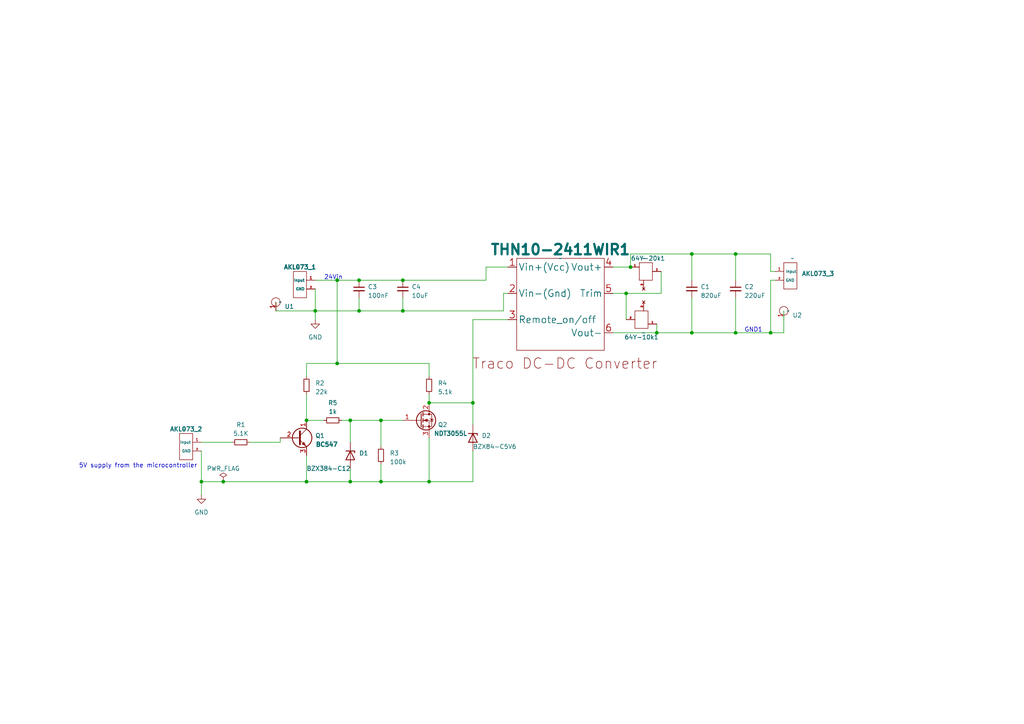
<source format=kicad_sch>
(kicad_sch (version 20230121) (generator eeschema)

  (uuid 00090970-b49d-4826-b863-711da29deea6)

  (paper "A4")

  (lib_symbols
    (symbol "64Y-100K:Trimdown_resistance" (in_bom yes) (on_board yes)
      (property "Reference" "64Y-100K" (at 0 1.27 0)
        (effects (font (size 1.27 1.27)))
      )
      (property "Value" "" (at 0 0 0)
        (effects (font (size 1.27 1.27)))
      )
      (property "Footprint" "" (at 0 0 0)
        (effects (font (size 1.27 1.27)) hide)
      )
      (property "Datasheet" "" (at 0 0 0)
        (effects (font (size 1.27 1.27)) hide)
      )
      (symbol "Trimdown_resistance_0_1"
        (rectangle (start -1.27 -1.27) (end 2.54 -6.35)
          (stroke (width 0) (type default))
          (fill (type none))
        )
      )
      (symbol "Trimdown_resistance_1_1"
        (pin bidirectional line (at -3.81 -2.54 0) (length 2.54)
          (name "" (effects (font (size 0.5 0.5))))
          (number "1" (effects (font (size 0.5 0.5))))
        )
        (pin input line (at 5.08 -3.81 180) (length 2.54)
          (name "" (effects (font (size 0.5 0.5))))
          (number "2" (effects (font (size 0.5 0.5))))
        )
        (pin no_connect line (at 0 -8.89 90) (length 2.54)
          (name "" (effects (font (size 0.5 0.5))))
          (number "3" (effects (font (size 0.5 0.5))))
        )
      )
    )
    (symbol "AKL03_03_screw_terminal:AKL03" (in_bom yes) (on_board yes)
      (property "Reference" "AKL073_2" (at 1.27 -10.16 0)
        (effects (font (size 1.27 1.27)))
      )
      (property "Value" "" (at 0 0 0)
        (effects (font (size 1.27 1.27)))
      )
      (property "Footprint" "" (at 0 0 0)
        (effects (font (size 1.27 1.27)) hide)
      )
      (property "Datasheet" "" (at 0 0 0)
        (effects (font (size 1.27 1.27)) hide)
      )
      (symbol "AKL03_0_1"
        (rectangle (start -1.27 -1.27) (end 2.54 -8.89)
          (stroke (width 0) (type default))
          (fill (type none))
        )
      )
      (symbol "AKL03_1_1"
        (pin input line (at 5.08 -3.81 180) (length 2.54)
          (name "Input" (effects (font (size 0.8 0.8))))
          (number "1" (effects (font (size 0.8 0.8))))
        )
        (pin input line (at 5.08 -6.35 180) (length 2.54)
          (name "GND" (effects (font (size 0.8 0.8))))
          (number "2" (effects (font (size 0.5 0.5))))
        )
      )
    )
    (symbol "Device:C_Small" (pin_numbers hide) (pin_names (offset 0.254) hide) (in_bom yes) (on_board yes)
      (property "Reference" "C" (at 0.254 1.778 0)
        (effects (font (size 1.27 1.27)) (justify left))
      )
      (property "Value" "C_Small" (at 0.254 -2.032 0)
        (effects (font (size 1.27 1.27)) (justify left))
      )
      (property "Footprint" "" (at 0 0 0)
        (effects (font (size 1.27 1.27)) hide)
      )
      (property "Datasheet" "~" (at 0 0 0)
        (effects (font (size 1.27 1.27)) hide)
      )
      (property "ki_keywords" "capacitor cap" (at 0 0 0)
        (effects (font (size 1.27 1.27)) hide)
      )
      (property "ki_description" "Unpolarized capacitor, small symbol" (at 0 0 0)
        (effects (font (size 1.27 1.27)) hide)
      )
      (property "ki_fp_filters" "C_*" (at 0 0 0)
        (effects (font (size 1.27 1.27)) hide)
      )
      (symbol "C_Small_0_1"
        (polyline
          (pts
            (xy -1.524 -0.508)
            (xy 1.524 -0.508)
          )
          (stroke (width 0.3302) (type default))
          (fill (type none))
        )
        (polyline
          (pts
            (xy -1.524 0.508)
            (xy 1.524 0.508)
          )
          (stroke (width 0.3048) (type default))
          (fill (type none))
        )
      )
      (symbol "C_Small_1_1"
        (pin passive line (at 0 2.54 270) (length 2.032)
          (name "~" (effects (font (size 1.27 1.27))))
          (number "1" (effects (font (size 1.27 1.27))))
        )
        (pin passive line (at 0 -2.54 90) (length 2.032)
          (name "~" (effects (font (size 1.27 1.27))))
          (number "2" (effects (font (size 1.27 1.27))))
        )
      )
    )
    (symbol "Device:D_Zener" (pin_numbers hide) (pin_names (offset 1.016) hide) (in_bom yes) (on_board yes)
      (property "Reference" "D" (at 0 2.54 0)
        (effects (font (size 1.27 1.27)))
      )
      (property "Value" "D_Zener" (at 0 -2.54 0)
        (effects (font (size 1.27 1.27)))
      )
      (property "Footprint" "" (at 0 0 0)
        (effects (font (size 1.27 1.27)) hide)
      )
      (property "Datasheet" "~" (at 0 0 0)
        (effects (font (size 1.27 1.27)) hide)
      )
      (property "ki_keywords" "diode" (at 0 0 0)
        (effects (font (size 1.27 1.27)) hide)
      )
      (property "ki_description" "Zener diode" (at 0 0 0)
        (effects (font (size 1.27 1.27)) hide)
      )
      (property "ki_fp_filters" "TO-???* *_Diode_* *SingleDiode* D_*" (at 0 0 0)
        (effects (font (size 1.27 1.27)) hide)
      )
      (symbol "D_Zener_0_1"
        (polyline
          (pts
            (xy 1.27 0)
            (xy -1.27 0)
          )
          (stroke (width 0) (type default))
          (fill (type none))
        )
        (polyline
          (pts
            (xy -1.27 -1.27)
            (xy -1.27 1.27)
            (xy -0.762 1.27)
          )
          (stroke (width 0.254) (type default))
          (fill (type none))
        )
        (polyline
          (pts
            (xy 1.27 -1.27)
            (xy 1.27 1.27)
            (xy -1.27 0)
            (xy 1.27 -1.27)
          )
          (stroke (width 0.254) (type default))
          (fill (type none))
        )
      )
      (symbol "D_Zener_1_1"
        (pin passive line (at -3.81 0 0) (length 2.54)
          (name "K" (effects (font (size 1.27 1.27))))
          (number "1" (effects (font (size 1.27 1.27))))
        )
        (pin passive line (at 3.81 0 180) (length 2.54)
          (name "A" (effects (font (size 1.27 1.27))))
          (number "2" (effects (font (size 1.27 1.27))))
        )
      )
    )
    (symbol "Device:R_Small" (pin_numbers hide) (pin_names (offset 0.254) hide) (in_bom yes) (on_board yes)
      (property "Reference" "R" (at 0.762 0.508 0)
        (effects (font (size 1.27 1.27)) (justify left))
      )
      (property "Value" "R_Small" (at 0.762 -1.016 0)
        (effects (font (size 1.27 1.27)) (justify left))
      )
      (property "Footprint" "" (at 0 0 0)
        (effects (font (size 1.27 1.27)) hide)
      )
      (property "Datasheet" "~" (at 0 0 0)
        (effects (font (size 1.27 1.27)) hide)
      )
      (property "ki_keywords" "R resistor" (at 0 0 0)
        (effects (font (size 1.27 1.27)) hide)
      )
      (property "ki_description" "Resistor, small symbol" (at 0 0 0)
        (effects (font (size 1.27 1.27)) hide)
      )
      (property "ki_fp_filters" "R_*" (at 0 0 0)
        (effects (font (size 1.27 1.27)) hide)
      )
      (symbol "R_Small_0_1"
        (rectangle (start -0.762 1.778) (end 0.762 -1.778)
          (stroke (width 0.2032) (type default))
          (fill (type none))
        )
      )
      (symbol "R_Small_1_1"
        (pin passive line (at 0 2.54 270) (length 0.762)
          (name "~" (effects (font (size 1.27 1.27))))
          (number "1" (effects (font (size 1.27 1.27))))
        )
        (pin passive line (at 0 -2.54 90) (length 0.762)
          (name "~" (effects (font (size 1.27 1.27))))
          (number "2" (effects (font (size 1.27 1.27))))
        )
      )
    )
    (symbol "Traco:Traco_DC-DC_converter" (in_bom yes) (on_board yes)
      (property "Reference" "THN10-2411WIR" (at 0 2.54 0)
        (effects (font (size 3 3)))
      )
      (property "Value" "" (at 0 0 0)
        (effects (font (size 1.27 1.27)))
      )
      (property "Footprint" "" (at 0 0 0)
        (effects (font (size 1.27 1.27)) hide)
      )
      (property "Datasheet" "" (at 0 0 0)
        (effects (font (size 1.27 1.27)) hide)
      )
      (symbol "Traco_DC-DC_converter_0_1"
        (rectangle (start -12.7 0) (end 12.7 -26.67)
          (stroke (width 0) (type default))
          (fill (type none))
        )
      )
      (symbol "Traco_DC-DC_converter_1_1"
        (text "Traco DC-DC Converter" (at 1.27 -30.48 0)
          (effects (font (face "KiCad Font") (size 3 3)))
        )
        (pin input line (at -15.24 -2.54 0) (length 2.54)
          (name "Vin+(Vcc)" (effects (font (size 2 2))))
          (number "1" (effects (font (size 2 2))))
        )
        (pin input line (at -15.24 -10.16 0) (length 2.54)
          (name "Vin-(Gnd)" (effects (font (size 2 2))))
          (number "2" (effects (font (size 2 2))))
        )
        (pin input line (at -15.24 -17.78 0) (length 2.54)
          (name "Remote_on/off" (effects (font (size 2 2))))
          (number "3" (effects (font (size 2 2))))
        )
        (pin power_out line (at 15.24 -2.54 180) (length 2.54)
          (name "Vout+" (effects (font (size 2 2))))
          (number "4" (effects (font (size 2 2))))
        )
        (pin passive line (at 15.24 -10.16 180) (length 2.54)
          (name "Trim" (effects (font (size 2 2))))
          (number "5" (effects (font (size 2 2))))
        )
        (pin power_out line (at 15.24 -21.59 180) (length 2.54)
          (name "Vout-" (effects (font (size 2 2))))
          (number "6" (effects (font (size 2 2))))
        )
      )
    )
    (symbol "Transistor_BJT:BC547" (pin_names (offset 0) hide) (in_bom yes) (on_board yes)
      (property "Reference" "Q" (at 5.08 1.905 0)
        (effects (font (size 1.27 1.27)) (justify left))
      )
      (property "Value" "BC547" (at 5.08 0 0)
        (effects (font (size 1.27 1.27)) (justify left))
      )
      (property "Footprint" "Package_TO_SOT_THT:TO-92_Inline" (at 5.08 -1.905 0)
        (effects (font (size 1.27 1.27) italic) (justify left) hide)
      )
      (property "Datasheet" "https://www.onsemi.com/pub/Collateral/BC550-D.pdf" (at 0 0 0)
        (effects (font (size 1.27 1.27)) (justify left) hide)
      )
      (property "ki_keywords" "NPN Transistor" (at 0 0 0)
        (effects (font (size 1.27 1.27)) hide)
      )
      (property "ki_description" "0.1A Ic, 45V Vce, Small Signal NPN Transistor, TO-92" (at 0 0 0)
        (effects (font (size 1.27 1.27)) hide)
      )
      (property "ki_fp_filters" "TO?92*" (at 0 0 0)
        (effects (font (size 1.27 1.27)) hide)
      )
      (symbol "BC547_0_1"
        (polyline
          (pts
            (xy 0 0)
            (xy 0.635 0)
          )
          (stroke (width 0) (type default))
          (fill (type none))
        )
        (polyline
          (pts
            (xy 0.635 0.635)
            (xy 2.54 2.54)
          )
          (stroke (width 0) (type default))
          (fill (type none))
        )
        (polyline
          (pts
            (xy 0.635 -0.635)
            (xy 2.54 -2.54)
            (xy 2.54 -2.54)
          )
          (stroke (width 0) (type default))
          (fill (type none))
        )
        (polyline
          (pts
            (xy 0.635 1.905)
            (xy 0.635 -1.905)
            (xy 0.635 -1.905)
          )
          (stroke (width 0.508) (type default))
          (fill (type none))
        )
        (polyline
          (pts
            (xy 1.27 -1.778)
            (xy 1.778 -1.27)
            (xy 2.286 -2.286)
            (xy 1.27 -1.778)
            (xy 1.27 -1.778)
          )
          (stroke (width 0) (type default))
          (fill (type outline))
        )
        (circle (center 1.27 0) (radius 2.8194)
          (stroke (width 0.254) (type default))
          (fill (type none))
        )
      )
      (symbol "BC547_1_1"
        (pin passive line (at 2.54 5.08 270) (length 2.54)
          (name "C" (effects (font (size 1.27 1.27))))
          (number "1" (effects (font (size 1.27 1.27))))
        )
        (pin input line (at -5.08 0 0) (length 5.08)
          (name "B" (effects (font (size 1.27 1.27))))
          (number "2" (effects (font (size 1.27 1.27))))
        )
        (pin passive line (at 2.54 -5.08 90) (length 2.54)
          (name "E" (effects (font (size 1.27 1.27))))
          (number "3" (effects (font (size 1.27 1.27))))
        )
      )
    )
    (symbol "Transistor_FET:NDT3055L" (pin_names hide) (in_bom yes) (on_board yes)
      (property "Reference" "Q" (at 5.08 1.905 0)
        (effects (font (size 1.27 1.27)) (justify left))
      )
      (property "Value" "NDT3055L" (at 5.08 0 0)
        (effects (font (size 1.27 1.27)) (justify left))
      )
      (property "Footprint" "Package_TO_SOT_SMD:SOT-223-3_TabPin2" (at 5.08 -3.81 0)
        (effects (font (size 1.27 1.27)) (justify left) hide)
      )
      (property "Datasheet" "https://www.onsemi.com/pdf/datasheet/ndt3055l-d.pdf" (at 5.08 5.08 0)
        (effects (font (size 1.27 1.27)) (justify left) hide)
      )
      (property "ki_keywords" "n channel fet" (at 0 0 0)
        (effects (font (size 1.27 1.27)) hide)
      )
      (property "ki_description" "4A Id, 60V Vds, N-Channel Logic Level Enhancement Mode MOSFET, SOT-223" (at 0 0 0)
        (effects (font (size 1.27 1.27)) hide)
      )
      (property "ki_fp_filters" "SOT?223*" (at 0 0 0)
        (effects (font (size 1.27 1.27)) hide)
      )
      (symbol "NDT3055L_0_1"
        (polyline
          (pts
            (xy 0.254 0)
            (xy -2.54 0)
          )
          (stroke (width 0) (type default))
          (fill (type none))
        )
        (polyline
          (pts
            (xy 0.254 1.905)
            (xy 0.254 -1.905)
          )
          (stroke (width 0.254) (type default))
          (fill (type none))
        )
        (polyline
          (pts
            (xy 0.762 -1.27)
            (xy 0.762 -2.286)
          )
          (stroke (width 0.254) (type default))
          (fill (type none))
        )
        (polyline
          (pts
            (xy 0.762 0.508)
            (xy 0.762 -0.508)
          )
          (stroke (width 0.254) (type default))
          (fill (type none))
        )
        (polyline
          (pts
            (xy 0.762 2.286)
            (xy 0.762 1.27)
          )
          (stroke (width 0.254) (type default))
          (fill (type none))
        )
        (polyline
          (pts
            (xy 2.54 2.54)
            (xy 2.54 1.778)
          )
          (stroke (width 0) (type default))
          (fill (type none))
        )
        (polyline
          (pts
            (xy 2.54 -2.54)
            (xy 2.54 0)
            (xy 0.762 0)
          )
          (stroke (width 0) (type default))
          (fill (type none))
        )
        (polyline
          (pts
            (xy 0.762 -1.778)
            (xy 3.302 -1.778)
            (xy 3.302 1.778)
            (xy 0.762 1.778)
          )
          (stroke (width 0) (type default))
          (fill (type none))
        )
        (polyline
          (pts
            (xy 1.016 0)
            (xy 2.032 0.381)
            (xy 2.032 -0.381)
            (xy 1.016 0)
          )
          (stroke (width 0) (type default))
          (fill (type outline))
        )
        (polyline
          (pts
            (xy 2.794 0.508)
            (xy 2.921 0.381)
            (xy 3.683 0.381)
            (xy 3.81 0.254)
          )
          (stroke (width 0) (type default))
          (fill (type none))
        )
        (polyline
          (pts
            (xy 3.302 0.381)
            (xy 2.921 -0.254)
            (xy 3.683 -0.254)
            (xy 3.302 0.381)
          )
          (stroke (width 0) (type default))
          (fill (type none))
        )
        (circle (center 1.651 0) (radius 2.794)
          (stroke (width 0.254) (type default))
          (fill (type none))
        )
        (circle (center 2.54 -1.778) (radius 0.254)
          (stroke (width 0) (type default))
          (fill (type outline))
        )
        (circle (center 2.54 1.778) (radius 0.254)
          (stroke (width 0) (type default))
          (fill (type outline))
        )
      )
      (symbol "NDT3055L_1_1"
        (pin input line (at -5.08 0 0) (length 2.54)
          (name "G" (effects (font (size 1.27 1.27))))
          (number "1" (effects (font (size 1.27 1.27))))
        )
        (pin passive line (at 2.54 5.08 270) (length 2.54)
          (name "D" (effects (font (size 1.27 1.27))))
          (number "2" (effects (font (size 1.27 1.27))))
        )
        (pin passive line (at 2.54 -5.08 90) (length 2.54)
          (name "S" (effects (font (size 1.27 1.27))))
          (number "3" (effects (font (size 1.27 1.27))))
        )
      )
    )
    (symbol "power:GND" (power) (pin_names (offset 0)) (in_bom yes) (on_board yes)
      (property "Reference" "#PWR" (at 0 -6.35 0)
        (effects (font (size 1.27 1.27)) hide)
      )
      (property "Value" "GND" (at 0 -3.81 0)
        (effects (font (size 1.27 1.27)))
      )
      (property "Footprint" "" (at 0 0 0)
        (effects (font (size 1.27 1.27)) hide)
      )
      (property "Datasheet" "" (at 0 0 0)
        (effects (font (size 1.27 1.27)) hide)
      )
      (property "ki_keywords" "global power" (at 0 0 0)
        (effects (font (size 1.27 1.27)) hide)
      )
      (property "ki_description" "Power symbol creates a global label with name \"GND\" , ground" (at 0 0 0)
        (effects (font (size 1.27 1.27)) hide)
      )
      (symbol "GND_0_1"
        (polyline
          (pts
            (xy 0 0)
            (xy 0 -1.27)
            (xy 1.27 -1.27)
            (xy 0 -2.54)
            (xy -1.27 -1.27)
            (xy 0 -1.27)
          )
          (stroke (width 0) (type default))
          (fill (type none))
        )
      )
      (symbol "GND_1_1"
        (pin power_in line (at 0 0 270) (length 0) hide
          (name "GND" (effects (font (size 1.27 1.27))))
          (number "1" (effects (font (size 1.27 1.27))))
        )
      )
    )
    (symbol "power:PWR_FLAG" (power) (pin_numbers hide) (pin_names (offset 0) hide) (in_bom yes) (on_board yes)
      (property "Reference" "#FLG" (at 0 1.905 0)
        (effects (font (size 1.27 1.27)) hide)
      )
      (property "Value" "PWR_FLAG" (at 0 3.81 0)
        (effects (font (size 1.27 1.27)))
      )
      (property "Footprint" "" (at 0 0 0)
        (effects (font (size 1.27 1.27)) hide)
      )
      (property "Datasheet" "~" (at 0 0 0)
        (effects (font (size 1.27 1.27)) hide)
      )
      (property "ki_keywords" "flag power" (at 0 0 0)
        (effects (font (size 1.27 1.27)) hide)
      )
      (property "ki_description" "Special symbol for telling ERC where power comes from" (at 0 0 0)
        (effects (font (size 1.27 1.27)) hide)
      )
      (symbol "PWR_FLAG_0_0"
        (pin power_out line (at 0 0 90) (length 0)
          (name "pwr" (effects (font (size 1.27 1.27))))
          (number "1" (effects (font (size 1.27 1.27))))
        )
      )
      (symbol "PWR_FLAG_0_1"
        (polyline
          (pts
            (xy 0 0)
            (xy 0 1.27)
            (xy -1.016 1.905)
            (xy 0 2.54)
            (xy 1.016 1.905)
            (xy 0 1.27)
          )
          (stroke (width 0) (type default))
          (fill (type none))
        )
      )
    )
    (symbol "soldernail-RTML:soldernail" (in_bom yes) (on_board yes)
      (property "Reference" "U2" (at 3.81 1.27 90)
        (effects (font (size 1.27 1.27)) (justify right))
      )
      (property "Value" "~" (at 0 0 0)
        (effects (font (size 1.27 1.27)))
      )
      (property "Footprint" "soldernail-RTML:Soldernail" (at 0 0 0)
        (effects (font (size 1.27 1.27)) hide)
      )
      (property "Datasheet" "" (at 0 0 0)
        (effects (font (size 1.27 1.27)) hide)
      )
      (symbol "soldernail_0_1"
        (circle (center -1.27 0) (radius 1.27)
          (stroke (width 0) (type default))
          (fill (type none))
        )
      )
      (symbol "soldernail_1_1"
        (pin input line (at -1.27 0 270) (length 2.54)
          (name "" (effects (font (size 1.27 1.27))))
          (number "1" (effects (font (size 1.27 1.27))))
        )
      )
    )
  )

  (junction (at 91.44 90.17) (diameter 0) (color 0 0 0 0)
    (uuid 20731d9b-4fb4-4d54-8640-7eafcec78615)
  )
  (junction (at 137.16 116.84) (diameter 0) (color 0 0 0 0)
    (uuid 2c857a77-5996-4d17-a67e-bc4959a2b3b0)
  )
  (junction (at 116.84 90.17) (diameter 0) (color 0 0 0 0)
    (uuid 2fcadf4b-aab8-443a-8071-43ebbb2d64ad)
  )
  (junction (at 181.61 85.09) (diameter 0) (color 0 0 0 0)
    (uuid 307f6087-c1eb-4f36-9c37-007fa541b86e)
  )
  (junction (at 110.49 121.92) (diameter 0) (color 0 0 0 0)
    (uuid 39056dc7-916c-455a-baff-354f28b1e5a5)
  )
  (junction (at 97.79 105.41) (diameter 0) (color 0 0 0 0)
    (uuid 438d11ce-6af6-40c0-969f-da86f3711e9f)
  )
  (junction (at 124.46 139.7) (diameter 0) (color 0 0 0 0)
    (uuid 46d85345-93d0-4e8d-9f47-0d232f907e57)
  )
  (junction (at 101.6 139.7) (diameter 0) (color 0 0 0 0)
    (uuid 4accdc7d-fb1b-47b6-99f6-da7e8e3d9a6a)
  )
  (junction (at 213.36 96.52) (diameter 0) (color 0 0 0 0)
    (uuid 68ba0d6e-4858-4b11-af0f-a06eeda7160f)
  )
  (junction (at 101.6 121.92) (diameter 0) (color 0 0 0 0)
    (uuid 6d7517d7-3084-4862-8ad4-bf12adacd857)
  )
  (junction (at 213.36 73.66) (diameter 0) (color 0 0 0 0)
    (uuid 6fff3d23-b465-4f3f-9b3c-ef48c18ff774)
  )
  (junction (at 116.84 81.28) (diameter 0) (color 0 0 0 0)
    (uuid 7b4af813-3c2b-4cdc-ad4c-34420d263234)
  )
  (junction (at 97.79 81.28) (diameter 0) (color 0 0 0 0)
    (uuid 85f5d163-05ab-4b6c-89b2-192b06ae087a)
  )
  (junction (at 124.46 116.84) (diameter 0) (color 0 0 0 0)
    (uuid 978b494e-2029-4582-bd21-a1e5611ee7fd)
  )
  (junction (at 190.5 96.52) (diameter 0) (color 0 0 0 0)
    (uuid 97f2daf8-ac16-453a-b793-35a8e088a083)
  )
  (junction (at 110.49 139.7) (diameter 0) (color 0 0 0 0)
    (uuid a588f209-c065-4c02-9e5a-e8ffa319f736)
  )
  (junction (at 64.77 139.7) (diameter 0) (color 0 0 0 0)
    (uuid ad93571b-71fb-4c15-ba3f-647a92d97c85)
  )
  (junction (at 104.14 81.28) (diameter 0) (color 0 0 0 0)
    (uuid bfef18b6-c9c2-40bc-a99e-ea433ae69bf7)
  )
  (junction (at 58.42 139.7) (diameter 0) (color 0 0 0 0)
    (uuid c000bdb4-be89-49df-b443-ccc37af1bde2)
  )
  (junction (at 88.9 139.7) (diameter 0) (color 0 0 0 0)
    (uuid c183dfcf-7049-474e-987a-66bbfee833c9)
  )
  (junction (at 104.14 90.17) (diameter 0) (color 0 0 0 0)
    (uuid c2e3b5c4-23dd-4a0f-af37-aa81015f591f)
  )
  (junction (at 200.66 73.66) (diameter 0) (color 0 0 0 0)
    (uuid ca2aa2ac-70de-464f-89c2-3993c3ea6166)
  )
  (junction (at 200.66 96.52) (diameter 0) (color 0 0 0 0)
    (uuid ccdcd33d-2517-4c95-a76b-206bb3eeed51)
  )
  (junction (at 223.52 96.52) (diameter 0) (color 0 0 0 0)
    (uuid ccf379f0-280d-450e-8cdc-835ce3fd5af9)
  )
  (junction (at 182.88 77.47) (diameter 0) (color 0 0 0 0)
    (uuid ea4330b6-1412-4d90-8049-ed0398d41235)
  )
  (junction (at 88.9 121.92) (diameter 0) (color 0 0 0 0)
    (uuid fdacad2b-609a-4926-8567-fb4a05e4f405)
  )

  (wire (pts (xy 200.66 73.66) (xy 182.88 73.66))
    (stroke (width 0) (type default))
    (uuid 02393555-2aa8-4327-9193-32e62194b4c4)
  )
  (wire (pts (xy 91.44 90.17) (xy 91.44 92.71))
    (stroke (width 0) (type default))
    (uuid 041e1927-347b-4959-830c-8fa86963bc3c)
  )
  (wire (pts (xy 101.6 139.7) (xy 101.6 135.89))
    (stroke (width 0) (type default))
    (uuid 04be6077-42c7-4244-8e60-c0483eae014d)
  )
  (wire (pts (xy 177.8 96.52) (xy 190.5 96.52))
    (stroke (width 0) (type default))
    (uuid 0558c531-5a88-4b1f-998f-143fa9eb59e3)
  )
  (wire (pts (xy 80.01 90.17) (xy 91.44 90.17))
    (stroke (width 0) (type default))
    (uuid 07a168a5-0577-423a-841c-39f4383d29be)
  )
  (wire (pts (xy 88.9 132.08) (xy 88.9 139.7))
    (stroke (width 0) (type default))
    (uuid 0ce1ec04-375d-46ca-8533-b094830bd813)
  )
  (wire (pts (xy 88.9 105.41) (xy 97.79 105.41))
    (stroke (width 0) (type default))
    (uuid 18336fe0-efbd-4579-80cf-f51843635d5b)
  )
  (wire (pts (xy 213.36 81.28) (xy 213.36 73.66))
    (stroke (width 0) (type default))
    (uuid 1946d8be-1afe-4302-9c33-84504b5afb00)
  )
  (wire (pts (xy 97.79 105.41) (xy 124.46 105.41))
    (stroke (width 0) (type default))
    (uuid 19e77779-5533-4154-b641-49bf99da9566)
  )
  (wire (pts (xy 223.52 81.28) (xy 223.52 96.52))
    (stroke (width 0) (type default))
    (uuid 1be0c86b-ee55-4e9b-b7eb-4549f0279d9b)
  )
  (wire (pts (xy 124.46 139.7) (xy 110.49 139.7))
    (stroke (width 0) (type default))
    (uuid 1be2d738-4f8b-4d39-b647-aec010017de9)
  )
  (wire (pts (xy 224.79 78.74) (xy 223.52 78.74))
    (stroke (width 0) (type default))
    (uuid 1c7bfe9d-2485-4ac8-8ce6-3e7e6c5ecc6d)
  )
  (wire (pts (xy 213.36 86.36) (xy 213.36 96.52))
    (stroke (width 0) (type default))
    (uuid 1d6baab1-9188-49d8-8bb4-45412380362e)
  )
  (wire (pts (xy 110.49 134.62) (xy 110.49 139.7))
    (stroke (width 0) (type default))
    (uuid 20ef3bfa-a824-4699-b090-3a7f46bafdcb)
  )
  (wire (pts (xy 58.42 139.7) (xy 64.77 139.7))
    (stroke (width 0) (type default))
    (uuid 22e76f95-cf9b-4d86-8abb-c69b26dc624b)
  )
  (wire (pts (xy 116.84 81.28) (xy 140.97 81.28))
    (stroke (width 0) (type default))
    (uuid 26ab02ea-5594-4cf1-aa46-47e8f3967ec1)
  )
  (wire (pts (xy 104.14 90.17) (xy 91.44 90.17))
    (stroke (width 0) (type default))
    (uuid 32d17b23-4839-4bef-99c9-59cf962fc868)
  )
  (wire (pts (xy 88.9 139.7) (xy 101.6 139.7))
    (stroke (width 0) (type default))
    (uuid 34115f13-afaa-4be4-bfad-a2f7ab0c289c)
  )
  (wire (pts (xy 101.6 121.92) (xy 110.49 121.92))
    (stroke (width 0) (type default))
    (uuid 36426c8b-62b7-49d3-a15d-6014127b0625)
  )
  (wire (pts (xy 181.61 85.09) (xy 191.77 85.09))
    (stroke (width 0) (type default))
    (uuid 3b1a1942-4bdf-4f02-91ad-2b236a933be0)
  )
  (wire (pts (xy 101.6 121.92) (xy 101.6 128.27))
    (stroke (width 0) (type default))
    (uuid 3d3e6a4b-4f74-4a7e-8f81-0466d65d1887)
  )
  (wire (pts (xy 88.9 109.22) (xy 88.9 105.41))
    (stroke (width 0) (type default))
    (uuid 446b4adf-16f7-4e37-9450-95b6f01ce48f)
  )
  (wire (pts (xy 224.79 81.28) (xy 223.52 81.28))
    (stroke (width 0) (type default))
    (uuid 47770935-832b-4050-9736-8cefbfd2197e)
  )
  (wire (pts (xy 213.36 73.66) (xy 200.66 73.66))
    (stroke (width 0) (type default))
    (uuid 4d6798ea-5cf4-4960-a19a-c5e891155d99)
  )
  (wire (pts (xy 223.52 78.74) (xy 223.52 73.66))
    (stroke (width 0) (type default))
    (uuid 4e275c1d-2320-427a-ba6b-d164f140b4e4)
  )
  (wire (pts (xy 58.42 139.7) (xy 58.42 143.51))
    (stroke (width 0) (type default))
    (uuid 4e49d2e0-8e0f-4cbd-b1d8-a8212b57d17a)
  )
  (wire (pts (xy 97.79 81.28) (xy 104.14 81.28))
    (stroke (width 0) (type default))
    (uuid 54ec14ef-f1f4-4af6-b58b-e77babb132d4)
  )
  (wire (pts (xy 110.49 139.7) (xy 101.6 139.7))
    (stroke (width 0) (type default))
    (uuid 5953339e-c5a7-458e-8c0a-5caeea9bcfa6)
  )
  (wire (pts (xy 80.01 87.63) (xy 80.01 90.17))
    (stroke (width 0) (type default))
    (uuid 60bff226-b0fd-4395-948a-148e23053b0b)
  )
  (wire (pts (xy 177.8 77.47) (xy 182.88 77.47))
    (stroke (width 0) (type default))
    (uuid 622ced3d-e212-4d0d-a15d-259deb77ade9)
  )
  (wire (pts (xy 104.14 86.36) (xy 104.14 90.17))
    (stroke (width 0) (type default))
    (uuid 67c0e4da-d0bb-4c24-ba72-71929848adaa)
  )
  (wire (pts (xy 99.06 121.92) (xy 101.6 121.92))
    (stroke (width 0) (type default))
    (uuid 685e4c2e-69a5-4c8e-9607-5e3e85352280)
  )
  (wire (pts (xy 88.9 121.92) (xy 93.98 121.92))
    (stroke (width 0) (type default))
    (uuid 6a53ed99-08e9-4180-a600-67f763cbf617)
  )
  (wire (pts (xy 110.49 121.92) (xy 110.49 129.54))
    (stroke (width 0) (type default))
    (uuid 6ad139a1-f1c7-4e54-942e-8babb116ee96)
  )
  (wire (pts (xy 223.52 96.52) (xy 213.36 96.52))
    (stroke (width 0) (type default))
    (uuid 6d4fec9e-aa9c-42dd-b984-257ea416f8bd)
  )
  (wire (pts (xy 137.16 130.81) (xy 137.16 139.7))
    (stroke (width 0) (type default))
    (uuid 6e16cd4f-ec2c-495a-9d60-228efe72b2ac)
  )
  (wire (pts (xy 177.8 85.09) (xy 181.61 85.09))
    (stroke (width 0) (type default))
    (uuid 78834970-4bc5-4f21-90a2-4371b7eeccd3)
  )
  (wire (pts (xy 124.46 114.3) (xy 124.46 116.84))
    (stroke (width 0) (type default))
    (uuid 79a893a1-55e4-43ca-a19f-ba367aea45ce)
  )
  (wire (pts (xy 91.44 81.28) (xy 97.79 81.28))
    (stroke (width 0) (type default))
    (uuid 7e41609d-eb3f-4202-b17e-e2bb89be55da)
  )
  (wire (pts (xy 137.16 92.71) (xy 137.16 116.84))
    (stroke (width 0) (type default))
    (uuid 810dd36c-f356-46e4-86f4-93a7e10f5564)
  )
  (wire (pts (xy 124.46 105.41) (xy 124.46 109.22))
    (stroke (width 0) (type default))
    (uuid 841d5cfa-b3c1-4bf6-8ebe-ffdb54f7f654)
  )
  (wire (pts (xy 200.66 96.52) (xy 190.5 96.52))
    (stroke (width 0) (type default))
    (uuid 88d54859-86fe-4e2b-9c91-df87a39c8dd5)
  )
  (wire (pts (xy 72.39 128.27) (xy 81.28 128.27))
    (stroke (width 0) (type default))
    (uuid 8d97dccb-8ace-4d2c-afb0-1776d183ee86)
  )
  (wire (pts (xy 81.28 128.27) (xy 81.28 127))
    (stroke (width 0) (type default))
    (uuid 934f80cc-1ed6-45f0-8392-9f847a90a324)
  )
  (wire (pts (xy 181.61 85.09) (xy 181.61 92.71))
    (stroke (width 0) (type default))
    (uuid 93fec185-3681-4b4e-9011-cde27debfffd)
  )
  (wire (pts (xy 213.36 96.52) (xy 200.66 96.52))
    (stroke (width 0) (type default))
    (uuid 953bdefa-82bb-4df1-a6d4-5183bd9fd723)
  )
  (wire (pts (xy 116.84 86.36) (xy 116.84 90.17))
    (stroke (width 0) (type default))
    (uuid 957e8a66-bf0f-480b-848f-76a3a49a68e0)
  )
  (wire (pts (xy 227.33 96.52) (xy 223.52 96.52))
    (stroke (width 0) (type default))
    (uuid 96d48bba-096b-4d3d-b3c7-82bb7d250fc4)
  )
  (wire (pts (xy 137.16 139.7) (xy 124.46 139.7))
    (stroke (width 0) (type default))
    (uuid 9addbadf-2dab-418a-b5e6-d1f18aa8c3b2)
  )
  (wire (pts (xy 88.9 114.3) (xy 88.9 121.92))
    (stroke (width 0) (type default))
    (uuid a364d261-80d8-4863-87e5-33e0a208e553)
  )
  (wire (pts (xy 190.5 96.52) (xy 190.5 93.98))
    (stroke (width 0) (type default))
    (uuid b0c54bef-d07d-47f0-8df9-7ac0d10dad04)
  )
  (wire (pts (xy 200.66 86.36) (xy 200.66 96.52))
    (stroke (width 0) (type default))
    (uuid b6f96ee6-7d8f-415c-b17d-7f0ee135567b)
  )
  (wire (pts (xy 200.66 81.28) (xy 200.66 73.66))
    (stroke (width 0) (type default))
    (uuid bb936a81-926e-4bf8-89c9-9d465b69ddc6)
  )
  (wire (pts (xy 58.42 128.27) (xy 67.31 128.27))
    (stroke (width 0) (type default))
    (uuid bcb6468c-d0f7-49b0-b6fb-7b76566f4153)
  )
  (wire (pts (xy 110.49 121.92) (xy 116.84 121.92))
    (stroke (width 0) (type default))
    (uuid bd205850-0b10-4898-ad32-4aa2dafb6393)
  )
  (wire (pts (xy 64.77 139.7) (xy 88.9 139.7))
    (stroke (width 0) (type default))
    (uuid be3b4f3f-4ee0-4137-b743-4e25a52b61f0)
  )
  (wire (pts (xy 97.79 81.28) (xy 97.79 105.41))
    (stroke (width 0) (type default))
    (uuid c0098676-b21a-4f97-bd1f-385de1fd6070)
  )
  (wire (pts (xy 146.05 85.09) (xy 146.05 90.17))
    (stroke (width 0) (type default))
    (uuid c391049c-7654-4e61-b979-3e5b58f9f463)
  )
  (wire (pts (xy 124.46 127) (xy 124.46 139.7))
    (stroke (width 0) (type default))
    (uuid c3aff785-8309-49f1-936b-72987d783e7a)
  )
  (wire (pts (xy 223.52 73.66) (xy 213.36 73.66))
    (stroke (width 0) (type default))
    (uuid c77f436c-e92c-43d4-8d4f-1488c59a4a75)
  )
  (wire (pts (xy 227.33 90.17) (xy 227.33 96.52))
    (stroke (width 0) (type default))
    (uuid ccb0fcfa-784d-4cbe-8546-04f0bf88ed63)
  )
  (wire (pts (xy 91.44 83.82) (xy 91.44 90.17))
    (stroke (width 0) (type default))
    (uuid d0ed9290-1e83-4bc6-b94c-9aecd4224899)
  )
  (wire (pts (xy 116.84 90.17) (xy 104.14 90.17))
    (stroke (width 0) (type default))
    (uuid d40f7376-5763-48f9-a98e-61d29f7cbe34)
  )
  (wire (pts (xy 140.97 81.28) (xy 140.97 77.47))
    (stroke (width 0) (type default))
    (uuid e0e172b0-a010-4d4e-a00d-9b33eb843ceb)
  )
  (wire (pts (xy 146.05 90.17) (xy 116.84 90.17))
    (stroke (width 0) (type default))
    (uuid e2599218-0393-42b7-b80a-f8ad6ca02ac7)
  )
  (wire (pts (xy 104.14 81.28) (xy 116.84 81.28))
    (stroke (width 0) (type default))
    (uuid e2f29739-69f8-462f-a55a-54962a897a09)
  )
  (wire (pts (xy 147.32 92.71) (xy 137.16 92.71))
    (stroke (width 0) (type default))
    (uuid e3939733-870c-456d-8144-89d40c2c3b45)
  )
  (wire (pts (xy 191.77 85.09) (xy 191.77 78.74))
    (stroke (width 0) (type default))
    (uuid ebc4727b-5ef6-47ef-9dfe-7f08a57ba219)
  )
  (wire (pts (xy 124.46 116.84) (xy 137.16 116.84))
    (stroke (width 0) (type default))
    (uuid edc20bc7-1cf3-4546-b8c9-7ee798e9cbb8)
  )
  (wire (pts (xy 58.42 130.81) (xy 58.42 139.7))
    (stroke (width 0) (type default))
    (uuid f67e0a6b-ceaf-4fe7-9f72-ce0bb4ff6217)
  )
  (wire (pts (xy 147.32 85.09) (xy 146.05 85.09))
    (stroke (width 0) (type default))
    (uuid f8e3ee11-60c1-4ac9-a731-bf1ec55ba68a)
  )
  (wire (pts (xy 182.88 73.66) (xy 182.88 77.47))
    (stroke (width 0) (type default))
    (uuid f96ab7ff-3888-48a3-89ee-b3f585a9c82a)
  )
  (wire (pts (xy 137.16 116.84) (xy 137.16 123.19))
    (stroke (width 0) (type default))
    (uuid fa3fa49b-9886-48ed-8f7c-0187ddbe3289)
  )
  (wire (pts (xy 140.97 77.47) (xy 147.32 77.47))
    (stroke (width 0) (type default))
    (uuid fdaab060-2898-4db4-bf0e-8df539e80681)
  )

  (text "5V supply from the microcontroller" (at 22.86 135.89 0)
    (effects (font (size 1.27 1.27)) (justify left bottom))
    (uuid 43cc32d4-5adf-468c-8eb8-b625cd41ddb1)
  )
  (text "GND1" (at 215.9 96.52 0)
    (effects (font (size 1.27 1.27)) (justify left bottom))
    (uuid 504bb9fd-c205-48da-93fd-96ea5012f618)
  )
  (text "24Vin" (at 93.98 81.28 0)
    (effects (font (size 1.27 1.27)) (justify left bottom))
    (uuid 93467c53-6f79-45f4-860f-aaaeefcc0ee3)
  )

  (symbol (lib_id "AKL03_03_screw_terminal:AKL03") (at 53.34 124.46 0) (unit 1)
    (in_bom yes) (on_board yes) (dnp no) (fields_autoplaced)
    (uuid 340dace2-34ce-468e-b59e-ee8578a55ba8)
    (property "Reference" "AKL073_2" (at 53.975 124.46 0)
      (effects (font (size 1.27 1.27) bold))
    )
    (property "Value" "~" (at 53.34 124.46 0)
      (effects (font (size 1.27 1.27)))
    )
    (property "Footprint" "AKL073_2:Screw-terminal" (at 53.34 124.46 0)
      (effects (font (size 1.27 1.27)) hide)
    )
    (property "Datasheet" "" (at 53.34 124.46 0)
      (effects (font (size 1.27 1.27)) hide)
    )
    (pin "1" (uuid 04e839c9-8651-4751-a6c6-a45bfc50ba40))
    (pin "2" (uuid defd1922-ca92-41f4-90e4-f36451f81bfa))
    (instances
      (project "Power supply design_24v dc to 5vdc"
        (path "/00090970-b49d-4826-b863-711da29deea6"
          (reference "AKL073_2") (unit 1)
        )
      )
    )
  )

  (symbol (lib_id "Device:R_Small") (at 124.46 111.76 0) (unit 1)
    (in_bom yes) (on_board yes) (dnp no) (fields_autoplaced)
    (uuid 3cb7c142-2d7a-44d0-b8fa-438eae13ee63)
    (property "Reference" "R4" (at 127 111.125 0)
      (effects (font (size 1.27 1.27)) (justify left))
    )
    (property "Value" "5.1k" (at 127 113.665 0)
      (effects (font (size 1.27 1.27)) (justify left))
    )
    (property "Footprint" "Resistor_SMD:R_0603_1608Metric_Pad0.98x0.95mm_HandSolder" (at 124.46 111.76 0)
      (effects (font (size 1.27 1.27)) hide)
    )
    (property "Datasheet" "~" (at 124.46 111.76 0)
      (effects (font (size 1.27 1.27)) hide)
    )
    (pin "1" (uuid 86bed65b-0239-4f93-a931-da8f71441a2e))
    (pin "2" (uuid c7ac8cde-2202-4298-81fc-2ebe6f003897))
    (instances
      (project "Power supply design_24v dc to 5vdc"
        (path "/00090970-b49d-4826-b863-711da29deea6"
          (reference "R4") (unit 1)
        )
      )
    )
  )

  (symbol (lib_id "64Y-100K:Trimdown_resistance") (at 186.69 96.52 180) (unit 1)
    (in_bom yes) (on_board yes) (dnp no) (fields_autoplaced)
    (uuid 3fa9e564-5808-4216-991b-a79690ee76b7)
    (property "Reference" "64Y-10k1" (at 186.055 97.79 0)
      (effects (font (size 1.27 1.27)))
    )
    (property "Value" "~" (at 186.69 96.52 0)
      (effects (font (size 1.27 1.27)))
    )
    (property "Footprint" "64Y-10k:64Y-100k" (at 186.69 96.52 0)
      (effects (font (size 1.27 1.27)) hide)
    )
    (property "Datasheet" "" (at 186.69 96.52 0)
      (effects (font (size 1.27 1.27)) hide)
    )
    (pin "1" (uuid d8fe87a9-4add-4bfb-9bde-ff3fed089b02))
    (pin "2" (uuid 60bafbc3-15c3-43a3-84dd-2acf18845c5f))
    (pin "3" (uuid d5c66164-302c-4b6c-929a-6555fd1b076b))
    (instances
      (project "Power supply design_24v dc to 5vdc"
        (path "/00090970-b49d-4826-b863-711da29deea6"
          (reference "64Y-10k1") (unit 1)
        )
      )
    )
  )

  (symbol (lib_id "Device:C_Small") (at 213.36 83.82 0) (unit 1)
    (in_bom yes) (on_board yes) (dnp no) (fields_autoplaced)
    (uuid 41310c14-d422-48ee-9d8e-a1e3e3d40357)
    (property "Reference" "C2" (at 215.9 83.1913 0)
      (effects (font (size 1.27 1.27)) (justify left))
    )
    (property "Value" "220uF" (at 215.9 85.7313 0)
      (effects (font (size 1.27 1.27)) (justify left))
    )
    (property "Footprint" "220uF_63v:220uF" (at 213.36 83.82 0)
      (effects (font (size 1.27 1.27)) hide)
    )
    (property "Datasheet" "~" (at 213.36 83.82 0)
      (effects (font (size 1.27 1.27)) hide)
    )
    (pin "1" (uuid e69f5df3-3d8c-4007-b4b3-c5fd2efdff32))
    (pin "2" (uuid d2918ea9-d157-4bd1-b154-3870eb8d64e0))
    (instances
      (project "Power supply design_24v dc to 5vdc"
        (path "/00090970-b49d-4826-b863-711da29deea6"
          (reference "C2") (unit 1)
        )
      )
    )
  )

  (symbol (lib_id "Device:R_Small") (at 96.52 121.92 90) (unit 1)
    (in_bom yes) (on_board yes) (dnp no) (fields_autoplaced)
    (uuid 42818f4f-357e-4179-85d0-19a959c9e151)
    (property "Reference" "R5" (at 96.52 116.84 90)
      (effects (font (size 1.27 1.27)))
    )
    (property "Value" "1k" (at 96.52 119.38 90)
      (effects (font (size 1.27 1.27)))
    )
    (property "Footprint" "Resistor_SMD:R_0603_1608Metric_Pad0.98x0.95mm_HandSolder" (at 96.52 121.92 0)
      (effects (font (size 1.27 1.27)) hide)
    )
    (property "Datasheet" "~" (at 96.52 121.92 0)
      (effects (font (size 1.27 1.27)) hide)
    )
    (pin "1" (uuid 3078806c-ef06-43b8-95f2-fd31b1ee2d75))
    (pin "2" (uuid e3018de3-38dd-4d53-80a5-6dd0c2375f6b))
    (instances
      (project "Power supply design_24v dc to 5vdc"
        (path "/00090970-b49d-4826-b863-711da29deea6"
          (reference "R5") (unit 1)
        )
      )
    )
  )

  (symbol (lib_id "AKL03_03_screw_terminal:AKL03") (at 229.87 74.93 0) (mirror y) (unit 1)
    (in_bom yes) (on_board yes) (dnp no)
    (uuid 55156703-5255-4d5f-9b96-558de7e22259)
    (property "Reference" "AKL073_3" (at 232.41 79.375 0)
      (effects (font (size 1.27 1.27) bold) (justify right))
    )
    (property "Value" "~" (at 229.87 74.93 0)
      (effects (font (size 1.27 1.27)))
    )
    (property "Footprint" "AKL073_2:Screw-terminal" (at 229.87 74.93 0)
      (effects (font (size 1.27 1.27)) hide)
    )
    (property "Datasheet" "" (at 229.87 74.93 0)
      (effects (font (size 1.27 1.27)) hide)
    )
    (pin "1" (uuid da6ba844-1057-498e-aed7-7fe533d183bc))
    (pin "2" (uuid 91bbc3a7-1021-4ea5-a27a-05a098136af3))
    (instances
      (project "Power supply design_24v dc to 5vdc"
        (path "/00090970-b49d-4826-b863-711da29deea6"
          (reference "AKL073_3") (unit 1)
        )
      )
    )
  )

  (symbol (lib_id "Transistor_BJT:BC547") (at 86.36 127 0) (unit 1)
    (in_bom yes) (on_board yes) (dnp no) (fields_autoplaced)
    (uuid 58842431-ab38-425c-8603-434ec119f7d7)
    (property "Reference" "Q1" (at 91.44 126.365 0)
      (effects (font (size 1.27 1.27)) (justify left))
    )
    (property "Value" "BC547" (at 91.44 128.905 0)
      (effects (font (size 1.27 1.27) bold) (justify left))
    )
    (property "Footprint" "Package_TO_SOT_THT:TO-92_Inline" (at 91.44 128.905 0)
      (effects (font (size 1.27 1.27) italic) (justify left) hide)
    )
    (property "Datasheet" "https://www.onsemi.com/pub/Collateral/BC550-D.pdf" (at 86.36 127 0)
      (effects (font (size 1.27 1.27)) (justify left) hide)
    )
    (pin "1" (uuid fc1a5f61-cbba-49c9-b5ad-abfda5e32387))
    (pin "2" (uuid a931e837-cf7d-44b9-9950-fe6e0b967e5e))
    (pin "3" (uuid d940aaf1-6a43-412e-a299-b0d3f65a1132))
    (instances
      (project "Power supply design_24v dc to 5vdc"
        (path "/00090970-b49d-4826-b863-711da29deea6"
          (reference "Q1") (unit 1)
        )
      )
    )
  )

  (symbol (lib_id "Device:R_Small") (at 88.9 111.76 0) (unit 1)
    (in_bom yes) (on_board yes) (dnp no) (fields_autoplaced)
    (uuid 5a05f2a8-fbe1-4dcc-91d2-45ff3b588c78)
    (property "Reference" "R2" (at 91.44 111.125 0)
      (effects (font (size 1.27 1.27)) (justify left))
    )
    (property "Value" "22k" (at 91.44 113.665 0)
      (effects (font (size 1.27 1.27)) (justify left))
    )
    (property "Footprint" "Resistor_SMD:R_0603_1608Metric_Pad0.98x0.95mm_HandSolder" (at 88.9 111.76 0)
      (effects (font (size 1.27 1.27)) hide)
    )
    (property "Datasheet" "~" (at 88.9 111.76 0)
      (effects (font (size 1.27 1.27)) hide)
    )
    (pin "1" (uuid 24e87017-7797-4eed-8d3f-d80de1d116e3))
    (pin "2" (uuid 57c84ade-a5bd-48b9-be4f-14357d67d6c2))
    (instances
      (project "Power supply design_24v dc to 5vdc"
        (path "/00090970-b49d-4826-b863-711da29deea6"
          (reference "R2") (unit 1)
        )
      )
    )
  )

  (symbol (lib_id "Device:R_Small") (at 110.49 132.08 0) (unit 1)
    (in_bom yes) (on_board yes) (dnp no) (fields_autoplaced)
    (uuid 5a91e25e-9d07-4171-9dc7-f5cdd86da116)
    (property "Reference" "R3" (at 113.03 131.445 0)
      (effects (font (size 1.27 1.27)) (justify left))
    )
    (property "Value" "100k" (at 113.03 133.985 0)
      (effects (font (size 1.27 1.27)) (justify left))
    )
    (property "Footprint" "Resistor_SMD:R_1206_3216Metric_Pad1.30x1.75mm_HandSolder" (at 110.49 132.08 0)
      (effects (font (size 1.27 1.27)) hide)
    )
    (property "Datasheet" "~" (at 110.49 132.08 0)
      (effects (font (size 1.27 1.27)) hide)
    )
    (pin "1" (uuid c9cfbf51-f38d-4497-9f28-713d8349e4fe))
    (pin "2" (uuid f7d43ede-e30f-4b26-8129-cb954a22cee3))
    (instances
      (project "Power supply design_24v dc to 5vdc"
        (path "/00090970-b49d-4826-b863-711da29deea6"
          (reference "R3") (unit 1)
        )
      )
    )
  )

  (symbol (lib_id "Device:C_Small") (at 104.14 83.82 0) (unit 1)
    (in_bom yes) (on_board yes) (dnp no) (fields_autoplaced)
    (uuid 5cf751b4-39ad-4e87-bd6e-9bbc2c119f4e)
    (property "Reference" "C3" (at 106.68 83.1913 0)
      (effects (font (size 1.27 1.27)) (justify left))
    )
    (property "Value" "100nF" (at 106.68 85.7313 0)
      (effects (font (size 1.27 1.27)) (justify left))
    )
    (property "Footprint" "Capacitor_SMD:C_1210_3225Metric_Pad1.33x2.70mm_HandSolder" (at 104.14 83.82 0)
      (effects (font (size 1.27 1.27)) hide)
    )
    (property "Datasheet" "~" (at 104.14 83.82 0)
      (effects (font (size 1.27 1.27)) hide)
    )
    (pin "1" (uuid f1f3461f-f36e-4ec8-9498-c85fa0bce580))
    (pin "2" (uuid 65ed9066-2ce4-46cc-b31d-702a254804e2))
    (instances
      (project "Power supply design_24v dc to 5vdc"
        (path "/00090970-b49d-4826-b863-711da29deea6"
          (reference "C3") (unit 1)
        )
      )
    )
  )

  (symbol (lib_id "Device:D_Zener") (at 101.6 132.08 270) (unit 1)
    (in_bom yes) (on_board yes) (dnp no)
    (uuid 64a8d84d-7aff-4648-8bbe-289ad3d0fb41)
    (property "Reference" "D1" (at 104.14 131.445 90)
      (effects (font (size 1.27 1.27)) (justify left))
    )
    (property "Value" "BZX384-C12" (at 88.9 135.89 90)
      (effects (font (size 1.27 1.27)) (justify left))
    )
    (property "Footprint" "BZX84-C5V6:Zenerdiode_5.6V" (at 101.6 132.08 0)
      (effects (font (size 1.27 1.27)) hide)
    )
    (property "Datasheet" "~" (at 101.6 132.08 0)
      (effects (font (size 1.27 1.27)) hide)
    )
    (pin "1" (uuid 75d60f7e-315a-4934-b6a8-b56ec3f82a4d))
    (pin "2" (uuid 502996f0-6c0a-4a39-81fd-64ffad5fb158))
    (instances
      (project "Power supply design_24v dc to 5vdc"
        (path "/00090970-b49d-4826-b863-711da29deea6"
          (reference "D1") (unit 1)
        )
      )
    )
  )

  (symbol (lib_id "AKL03_03_screw_terminal:AKL03") (at 86.36 77.47 0) (unit 1)
    (in_bom yes) (on_board yes) (dnp no) (fields_autoplaced)
    (uuid 6b3de777-2052-4834-8462-73e695dbfdd5)
    (property "Reference" "AKL073_1" (at 86.995 77.47 0)
      (effects (font (size 1.27 1.27) bold))
    )
    (property "Value" "~" (at 86.36 77.47 0)
      (effects (font (size 1.27 1.27)))
    )
    (property "Footprint" "AKL073_2:Screw-terminal" (at 86.36 77.47 0)
      (effects (font (size 1.27 1.27)) hide)
    )
    (property "Datasheet" "" (at 86.36 77.47 0)
      (effects (font (size 1.27 1.27)) hide)
    )
    (pin "1" (uuid 9aebeb34-295a-4dca-ac0f-c2d68c666ab7))
    (pin "2" (uuid 2ca8b380-80fa-415f-a36e-a22d4be8ea10))
    (instances
      (project "Power supply design_24v dc to 5vdc"
        (path "/00090970-b49d-4826-b863-711da29deea6"
          (reference "AKL073_1") (unit 1)
        )
      )
    )
  )

  (symbol (lib_id "Device:C_Small") (at 116.84 83.82 0) (unit 1)
    (in_bom yes) (on_board yes) (dnp no) (fields_autoplaced)
    (uuid 7b687f97-42ec-4675-b744-f9ae327f6545)
    (property "Reference" "C4" (at 119.38 83.1913 0)
      (effects (font (size 1.27 1.27)) (justify left))
    )
    (property "Value" "10uF" (at 119.38 85.7313 0)
      (effects (font (size 1.27 1.27)) (justify left))
    )
    (property "Footprint" "Capacitor_SMD:C_1210_3225Metric_Pad1.33x2.70mm_HandSolder" (at 116.84 83.82 0)
      (effects (font (size 1.27 1.27)) hide)
    )
    (property "Datasheet" "~" (at 116.84 83.82 0)
      (effects (font (size 1.27 1.27)) hide)
    )
    (pin "1" (uuid 8bf678ae-0d6e-47a2-a402-21577581d144))
    (pin "2" (uuid e04a1143-afae-4621-90d9-3d98a0375689))
    (instances
      (project "Power supply design_24v dc to 5vdc"
        (path "/00090970-b49d-4826-b863-711da29deea6"
          (reference "C4") (unit 1)
        )
      )
    )
  )

  (symbol (lib_id "Device:R_Small") (at 69.85 128.27 90) (unit 1)
    (in_bom yes) (on_board yes) (dnp no) (fields_autoplaced)
    (uuid 7d6af5ca-16c0-4306-81c6-0797ddc1586c)
    (property "Reference" "R1" (at 69.85 123.19 90)
      (effects (font (size 1.27 1.27)))
    )
    (property "Value" "5.1K" (at 69.85 125.73 90)
      (effects (font (size 1.27 1.27)))
    )
    (property "Footprint" "Resistor_SMD:R_0603_1608Metric_Pad0.98x0.95mm_HandSolder" (at 69.85 128.27 0)
      (effects (font (size 1.27 1.27)) hide)
    )
    (property "Datasheet" "~" (at 69.85 128.27 0)
      (effects (font (size 1.27 1.27)) hide)
    )
    (pin "1" (uuid 6b852446-f297-40f7-84ec-cc6098a57deb))
    (pin "2" (uuid ab2dfeca-8ce5-44f0-97ce-9cea4148d323))
    (instances
      (project "Power supply design_24v dc to 5vdc"
        (path "/00090970-b49d-4826-b863-711da29deea6"
          (reference "R1") (unit 1)
        )
      )
    )
  )

  (symbol (lib_id "soldernail-RTML:soldernail") (at 228.6 90.17 0) (unit 1)
    (in_bom yes) (on_board yes) (dnp no) (fields_autoplaced)
    (uuid 7d9502cc-a460-43e5-b970-08a6ffadfea1)
    (property "Reference" "U2" (at 229.87 91.44 0)
      (effects (font (size 1.27 1.27)) (justify left))
    )
    (property "Value" "~" (at 228.6 90.17 0)
      (effects (font (size 1.27 1.27)))
    )
    (property "Footprint" "soldernail-RTML:Soldernail" (at 228.6 90.17 0)
      (effects (font (size 1.27 1.27)) hide)
    )
    (property "Datasheet" "" (at 228.6 90.17 0)
      (effects (font (size 1.27 1.27)) hide)
    )
    (pin "1" (uuid 5fa2eb21-2d7e-4324-a9dd-8b2c9b23e865))
    (instances
      (project "Power supply design_24v dc to 5vdc"
        (path "/00090970-b49d-4826-b863-711da29deea6"
          (reference "U2") (unit 1)
        )
      )
    )
  )

  (symbol (lib_id "Traco:Traco_DC-DC_converter") (at 162.56 74.93 0) (unit 1)
    (in_bom yes) (on_board yes) (dnp no)
    (uuid 84e8102d-af76-4725-8a3a-3f13cd41c7d0)
    (property "Reference" "THN10-2411WIR1" (at 162.56 72.39 0)
      (effects (font (size 3 3) bold))
    )
    (property "Value" "~" (at 162.56 74.93 0)
      (effects (font (size 1.27 1.27)))
    )
    (property "Footprint" "Traco_THN2411WIR:THN2411WIR" (at 162.56 74.93 0)
      (effects (font (size 1.27 1.27)) hide)
    )
    (property "Datasheet" "" (at 162.56 74.93 0)
      (effects (font (size 1.27 1.27)) hide)
    )
    (pin "1" (uuid a4e50137-6e00-483d-8bf1-6ea7cd23cab3))
    (pin "2" (uuid 27df741f-295c-4204-bb12-00086115997c))
    (pin "3" (uuid 9b16279b-8a33-47eb-b099-81ebe7a390cf))
    (pin "4" (uuid 6b5d5efa-d8c4-41d5-b113-96b4eb12b0c3))
    (pin "5" (uuid 26b45658-1176-4072-842f-386575d2f707))
    (pin "6" (uuid 5d8cbdeb-1f7f-40e1-8831-14b92edd442d))
    (instances
      (project "Power supply design_24v dc to 5vdc"
        (path "/00090970-b49d-4826-b863-711da29deea6"
          (reference "THN10-2411WIR1") (unit 1)
        )
      )
    )
  )

  (symbol (lib_id "Device:D_Zener") (at 137.16 127 270) (unit 1)
    (in_bom yes) (on_board yes) (dnp no)
    (uuid 86bbf0af-9fc1-4ee7-bfeb-d92736c69b79)
    (property "Reference" "D2" (at 139.7 126.365 90)
      (effects (font (size 1.27 1.27)) (justify left))
    )
    (property "Value" "BZX84-C5V6" (at 137.16 129.54 90)
      (effects (font (size 1.27 1.27)) (justify left))
    )
    (property "Footprint" "Zenerdiode:BZX84-C5V6" (at 137.16 127 0)
      (effects (font (size 1.27 1.27)) hide)
    )
    (property "Datasheet" "~" (at 137.16 127 0)
      (effects (font (size 1.27 1.27)) hide)
    )
    (pin "1" (uuid 425ddd12-a4ec-4018-b91b-8b214d2a2c35))
    (pin "2" (uuid ec2efb91-3b22-4178-86f6-daa73f94ad96))
    (instances
      (project "Power supply design_24v dc to 5vdc"
        (path "/00090970-b49d-4826-b863-711da29deea6"
          (reference "D2") (unit 1)
        )
      )
    )
  )

  (symbol (lib_id "soldernail-RTML:soldernail") (at 81.28 87.63 0) (unit 1)
    (in_bom yes) (on_board yes) (dnp no) (fields_autoplaced)
    (uuid 8887bc44-e9cf-497d-84ce-6aeb10c7d52d)
    (property "Reference" "U1" (at 82.55 88.9 0)
      (effects (font (size 1.27 1.27)) (justify left))
    )
    (property "Value" "~" (at 81.28 87.63 0)
      (effects (font (size 1.27 1.27)))
    )
    (property "Footprint" "soldernail-RTML:Soldernail" (at 81.28 87.63 0)
      (effects (font (size 1.27 1.27)) hide)
    )
    (property "Datasheet" "" (at 81.28 87.63 0)
      (effects (font (size 1.27 1.27)) hide)
    )
    (pin "1" (uuid 8755ef1e-f975-4f4e-86c0-26004a7018a0))
    (instances
      (project "Power supply design_24v dc to 5vdc"
        (path "/00090970-b49d-4826-b863-711da29deea6"
          (reference "U1") (unit 1)
        )
      )
    )
  )

  (symbol (lib_id "Device:C_Small") (at 200.66 83.82 0) (unit 1)
    (in_bom yes) (on_board yes) (dnp no) (fields_autoplaced)
    (uuid 9cd24610-e6a8-48c9-a0ad-5b694e21555e)
    (property "Reference" "C1" (at 203.2 83.1913 0)
      (effects (font (size 1.27 1.27)) (justify left))
    )
    (property "Value" "820uF" (at 203.2 85.7313 0)
      (effects (font (size 1.27 1.27)) (justify left))
    )
    (property "Footprint" "820uF:820uF_63V" (at 200.66 83.82 0)
      (effects (font (size 1.27 1.27)) hide)
    )
    (property "Datasheet" "~" (at 200.66 83.82 0)
      (effects (font (size 1.27 1.27)) hide)
    )
    (pin "1" (uuid 48c0f4cf-3bae-4f0d-86c1-e86cfe6a3688))
    (pin "2" (uuid 807d9a9f-6f98-43ee-9ffa-70c737c44983))
    (instances
      (project "Power supply design_24v dc to 5vdc"
        (path "/00090970-b49d-4826-b863-711da29deea6"
          (reference "C1") (unit 1)
        )
      )
    )
  )

  (symbol (lib_id "power:GND") (at 91.44 92.71 0) (unit 1)
    (in_bom yes) (on_board yes) (dnp no) (fields_autoplaced)
    (uuid a423d1e8-cd08-45ee-a2b2-2a3a5bebe120)
    (property "Reference" "#PWR01" (at 91.44 99.06 0)
      (effects (font (size 1.27 1.27)) hide)
    )
    (property "Value" "GND" (at 91.44 97.79 0)
      (effects (font (size 1.27 1.27)))
    )
    (property "Footprint" "" (at 91.44 92.71 0)
      (effects (font (size 1.27 1.27)) hide)
    )
    (property "Datasheet" "" (at 91.44 92.71 0)
      (effects (font (size 1.27 1.27)) hide)
    )
    (pin "1" (uuid 2bed8758-3259-4fb7-8b85-c23c82a01afc))
    (instances
      (project "Power supply design_24v dc to 5vdc"
        (path "/00090970-b49d-4826-b863-711da29deea6"
          (reference "#PWR01") (unit 1)
        )
      )
    )
  )

  (symbol (lib_id "64Y-100K:Trimdown_resistance") (at 186.69 74.93 0) (unit 1)
    (in_bom yes) (on_board yes) (dnp no)
    (uuid be0da17c-7ec5-4f78-8692-0e94c2cfefba)
    (property "Reference" "64Y-20k1" (at 187.96 74.93 0)
      (effects (font (size 1.27 1.27)))
    )
    (property "Value" "~" (at 186.69 74.93 0)
      (effects (font (size 1.27 1.27)))
    )
    (property "Footprint" "64Y-10k:64Y-100k" (at 186.69 74.93 0)
      (effects (font (size 1.27 1.27)) hide)
    )
    (property "Datasheet" "" (at 186.69 74.93 0)
      (effects (font (size 1.27 1.27)) hide)
    )
    (pin "1" (uuid 62bfd3c1-4f42-4345-91bf-76415fdf27b4))
    (pin "2" (uuid be875615-cbe6-45a2-bb9c-fe5457014db6))
    (pin "3" (uuid 2025b672-9c95-4761-a762-20783c73620c))
    (instances
      (project "Power supply design_24v dc to 5vdc"
        (path "/00090970-b49d-4826-b863-711da29deea6"
          (reference "64Y-20k1") (unit 1)
        )
      )
    )
  )

  (symbol (lib_id "power:PWR_FLAG") (at 64.77 139.7 0) (unit 1)
    (in_bom yes) (on_board yes) (dnp no) (fields_autoplaced)
    (uuid c12bd981-62f8-441a-a325-3a0c6120e74d)
    (property "Reference" "#FLG01" (at 64.77 137.795 0)
      (effects (font (size 1.27 1.27)) hide)
    )
    (property "Value" "PWR_FLAG" (at 64.77 135.89 0)
      (effects (font (size 1.27 1.27)))
    )
    (property "Footprint" "" (at 64.77 139.7 0)
      (effects (font (size 1.27 1.27)) hide)
    )
    (property "Datasheet" "~" (at 64.77 139.7 0)
      (effects (font (size 1.27 1.27)) hide)
    )
    (pin "1" (uuid 8e3c0af1-599d-4e37-b7a3-827da0762133))
    (instances
      (project "Power supply design_24v dc to 5vdc"
        (path "/00090970-b49d-4826-b863-711da29deea6"
          (reference "#FLG01") (unit 1)
        )
      )
    )
  )

  (symbol (lib_id "Transistor_FET:NDT3055L") (at 121.92 121.92 0) (unit 1)
    (in_bom yes) (on_board yes) (dnp no)
    (uuid c459f163-3b81-409d-80e3-24944c926bbd)
    (property "Reference" "Q2" (at 127 123.19 0)
      (effects (font (size 1.27 1.27)) (justify left))
    )
    (property "Value" "NDT3055L" (at 125.73 125.73 0)
      (effects (font (size 1.27 1.27) bold) (justify left))
    )
    (property "Footprint" "Package_TO_SOT_SMD:SOT-223-3_TabPin2" (at 127 125.73 0)
      (effects (font (size 1.27 1.27)) (justify left) hide)
    )
    (property "Datasheet" "https://www.onsemi.com/pdf/datasheet/ndt3055l-d.pdf" (at 127 116.84 0)
      (effects (font (size 1.27 1.27)) (justify left) hide)
    )
    (pin "1" (uuid bd87e7b7-e0dd-4de4-b01c-02b573032cd7))
    (pin "2" (uuid b5f76665-1b3f-477f-a091-458b5e9afcdf))
    (pin "3" (uuid c04435ef-c0dc-4b46-8d6b-352836b924ea))
    (instances
      (project "Power supply design_24v dc to 5vdc"
        (path "/00090970-b49d-4826-b863-711da29deea6"
          (reference "Q2") (unit 1)
        )
      )
    )
  )

  (symbol (lib_id "power:GND") (at 58.42 143.51 0) (unit 1)
    (in_bom yes) (on_board yes) (dnp no) (fields_autoplaced)
    (uuid c7da4824-85de-435e-9942-9b58b166364c)
    (property "Reference" "#PWR04" (at 58.42 149.86 0)
      (effects (font (size 1.27 1.27)) hide)
    )
    (property "Value" "GND" (at 58.42 148.59 0)
      (effects (font (size 1.27 1.27)))
    )
    (property "Footprint" "" (at 58.42 143.51 0)
      (effects (font (size 1.27 1.27)) hide)
    )
    (property "Datasheet" "" (at 58.42 143.51 0)
      (effects (font (size 1.27 1.27)) hide)
    )
    (pin "1" (uuid b1fc6ec5-f70e-4f96-bdc4-463c07aa7794))
    (instances
      (project "Power supply design_24v dc to 5vdc"
        (path "/00090970-b49d-4826-b863-711da29deea6"
          (reference "#PWR04") (unit 1)
        )
      )
    )
  )

  (sheet_instances
    (path "/" (page "1"))
  )
)

</source>
